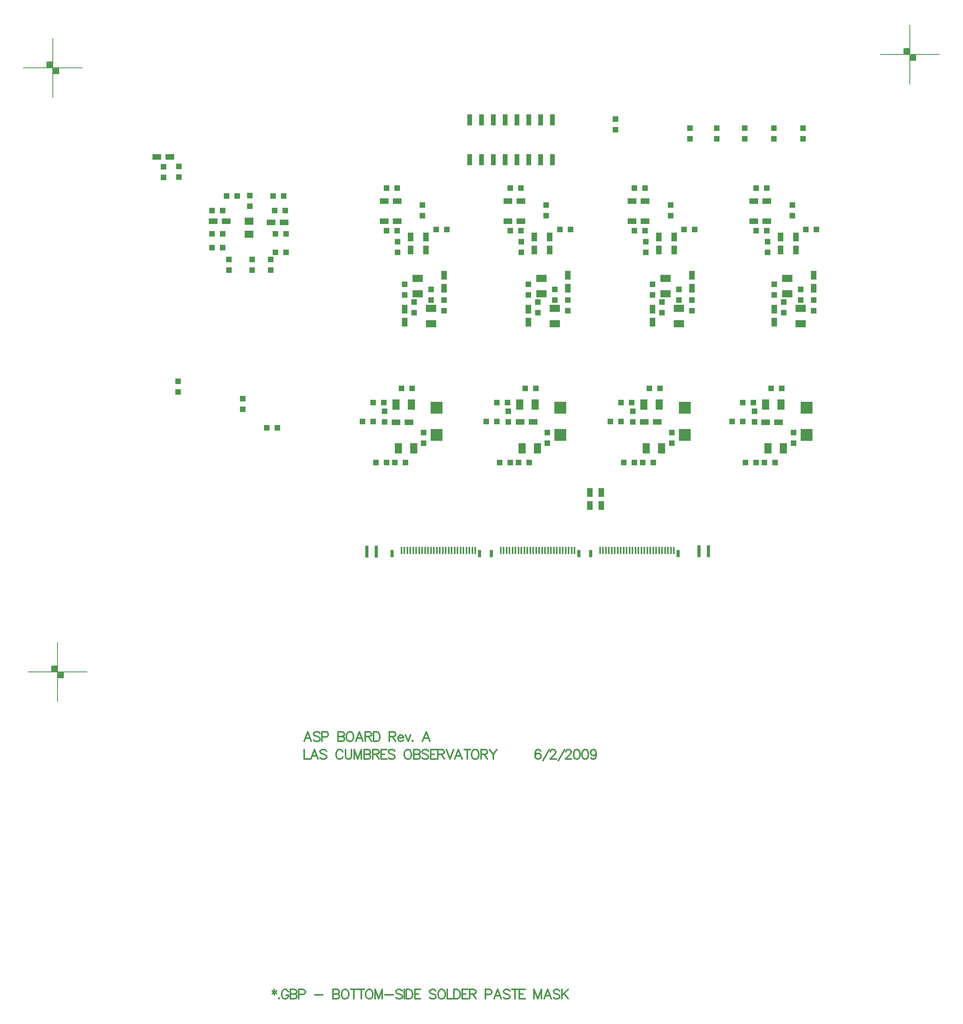
<source format=gbp>
%FSLAX23Y23*%
%MOIN*%
G70*
G01*
G75*
G04 Layer_Color=128*
%ADD10C,0.005*%
%ADD11R,0.050X0.050*%
%ADD12O,0.098X0.028*%
%ADD13R,0.036X0.036*%
%ADD14R,0.030X0.100*%
%ADD15R,0.014X0.060*%
%ADD16R,0.031X0.060*%
%ADD17R,0.048X0.078*%
%ADD18R,0.050X0.050*%
%ADD19O,0.033X0.008*%
%ADD20O,0.008X0.033*%
%ADD21R,0.228X0.228*%
%ADD22R,0.016X0.061*%
%ADD23R,0.074X0.062*%
%ADD24R,0.134X0.075*%
%ADD25O,0.028X0.098*%
%ADD26R,0.024X0.087*%
%ADD27R,0.061X0.016*%
%ADD28R,0.062X0.074*%
%ADD29O,0.012X0.083*%
%ADD30O,0.083X0.012*%
%ADD31R,0.014X0.049*%
%ADD32R,0.036X0.028*%
%ADD33O,0.061X0.010*%
%ADD34O,0.010X0.061*%
%ADD35R,0.045X0.017*%
%ADD36R,0.100X0.100*%
%ADD37C,0.040*%
%ADD38C,0.025*%
%ADD39C,0.010*%
%ADD40C,0.012*%
%ADD41R,1.181X0.787*%
%ADD42C,0.008*%
%ADD43C,0.012*%
%ADD44C,0.012*%
%ADD45C,0.050*%
%ADD46C,0.026*%
%ADD47P,0.057X4X247.5*%
%ADD48C,0.080*%
%ADD49C,0.020*%
%ADD50R,0.060X0.060*%
%ADD51C,0.060*%
%ADD52R,0.060X0.060*%
%ADD53C,0.059*%
%ADD54R,0.059X0.059*%
%ADD55R,0.059X0.059*%
%ADD56C,0.236*%
%ADD57C,0.024*%
%ADD58C,0.040*%
%ADD59C,0.100*%
%ADD60C,0.045*%
%ADD61C,0.033*%
%ADD62C,0.072*%
%ADD63C,0.030*%
%ADD64C,0.055*%
G04:AMPARAMS|DCode=65|XSize=95.433mil|YSize=95.433mil|CornerRadius=0mil|HoleSize=0mil|Usage=FLASHONLY|Rotation=0.000|XOffset=0mil|YOffset=0mil|HoleType=Round|Shape=Relief|Width=10mil|Gap=10mil|Entries=4|*
%AMTHD65*
7,0,0,0.095,0.075,0.010,45*
%
%ADD65THD65*%
G04:AMPARAMS|DCode=66|XSize=112mil|YSize=112mil|CornerRadius=0mil|HoleSize=0mil|Usage=FLASHONLY|Rotation=0.000|XOffset=0mil|YOffset=0mil|HoleType=Round|Shape=Relief|Width=10mil|Gap=10mil|Entries=4|*
%AMTHD66*
7,0,0,0.112,0.092,0.010,45*
%
%ADD66THD66*%
%ADD67C,0.138*%
G04:AMPARAMS|DCode=68|XSize=70mil|YSize=70mil|CornerRadius=0mil|HoleSize=0mil|Usage=FLASHONLY|Rotation=0.000|XOffset=0mil|YOffset=0mil|HoleType=Round|Shape=Relief|Width=10mil|Gap=10mil|Entries=4|*
%AMTHD68*
7,0,0,0.070,0.050,0.010,45*
%
%ADD68THD68*%
%ADD69C,0.030*%
G04:AMPARAMS|DCode=70|XSize=85mil|YSize=85mil|CornerRadius=0mil|HoleSize=0mil|Usage=FLASHONLY|Rotation=0.000|XOffset=0mil|YOffset=0mil|HoleType=Round|Shape=Relief|Width=10mil|Gap=10mil|Entries=4|*
%AMTHD70*
7,0,0,0.085,0.065,0.010,45*
%
%ADD70THD70*%
%ADD71R,0.078X0.048*%
%ADD72R,0.060X0.086*%
%ADD73R,0.086X0.060*%
%ADD74R,0.075X0.063*%
%ADD75R,0.044X0.096*%
%ADD76R,1.181X0.787*%
%ADD77C,0.010*%
%ADD78C,0.010*%
%ADD79C,0.008*%
%ADD80C,0.024*%
%ADD81C,0.004*%
%ADD82C,0.006*%
%ADD83C,0.007*%
%ADD84R,0.240X0.165*%
%ADD85R,0.074X0.062*%
%ADD86R,0.062X0.074*%
D11*
X11701Y11536D02*
D03*
Y11446D02*
D03*
X11164Y13501D02*
D03*
Y13411D02*
D03*
X11034Y13406D02*
D03*
Y13496D02*
D03*
X15331Y11250D02*
D03*
Y11160D02*
D03*
X15001Y11340D02*
D03*
Y11430D02*
D03*
X15249Y12354D02*
D03*
Y12264D02*
D03*
X15169Y12414D02*
D03*
Y12504D02*
D03*
X15111Y12772D02*
D03*
Y12862D02*
D03*
X15321Y13172D02*
D03*
Y13082D02*
D03*
X15503Y12369D02*
D03*
Y12279D02*
D03*
X15393Y12369D02*
D03*
Y12459D02*
D03*
X14280Y11250D02*
D03*
Y11160D02*
D03*
X13950Y11340D02*
D03*
Y11430D02*
D03*
X14198Y12354D02*
D03*
Y12264D02*
D03*
X14118Y12414D02*
D03*
Y12504D02*
D03*
X14060Y12772D02*
D03*
Y12862D02*
D03*
X14270Y13172D02*
D03*
Y13082D02*
D03*
X14452Y12369D02*
D03*
Y12279D02*
D03*
X14342Y12369D02*
D03*
Y12459D02*
D03*
X12903Y11430D02*
D03*
Y11340D02*
D03*
X13233Y11160D02*
D03*
Y11250D02*
D03*
X13295Y12459D02*
D03*
Y12369D02*
D03*
X13151Y12264D02*
D03*
Y12354D02*
D03*
X13071Y12504D02*
D03*
Y12414D02*
D03*
X13405Y12279D02*
D03*
Y12369D02*
D03*
X13013Y12862D02*
D03*
Y12772D02*
D03*
X13223Y13082D02*
D03*
Y13172D02*
D03*
X16362Y11160D02*
D03*
Y11250D02*
D03*
X16032Y11430D02*
D03*
Y11340D02*
D03*
X16280Y12264D02*
D03*
Y12354D02*
D03*
X16200Y12504D02*
D03*
Y12414D02*
D03*
X16142Y12862D02*
D03*
Y12772D02*
D03*
X16352Y13082D02*
D03*
Y13172D02*
D03*
X16534Y12279D02*
D03*
Y12369D02*
D03*
X16424Y12459D02*
D03*
Y12369D02*
D03*
X11585Y12624D02*
D03*
Y12714D02*
D03*
X11939Y12622D02*
D03*
Y12712D02*
D03*
X11762Y13253D02*
D03*
Y13163D02*
D03*
X11782Y12623D02*
D03*
Y12713D02*
D03*
X11156Y11684D02*
D03*
Y11594D02*
D03*
X15950Y13733D02*
D03*
Y13823D02*
D03*
X15487Y13733D02*
D03*
Y13823D02*
D03*
X14857Y13811D02*
D03*
Y13901D02*
D03*
X16442Y13733D02*
D03*
Y13823D02*
D03*
X16196Y13733D02*
D03*
Y13823D02*
D03*
X15713Y13733D02*
D03*
Y13823D02*
D03*
D14*
X15642Y10245D02*
D03*
X15563D02*
D03*
X12832Y10244D02*
D03*
X12753D02*
D03*
D15*
X13670Y10253D02*
D03*
X13045D02*
D03*
X15350Y10254D02*
D03*
X15325D02*
D03*
X15300D02*
D03*
X15275D02*
D03*
X15250D02*
D03*
X15225D02*
D03*
X15200D02*
D03*
X15175D02*
D03*
X15150D02*
D03*
X15125D02*
D03*
X15100D02*
D03*
X15075D02*
D03*
X15050D02*
D03*
X15025D02*
D03*
X15000D02*
D03*
X14975D02*
D03*
X14950D02*
D03*
X14925D02*
D03*
X14900D02*
D03*
X14875D02*
D03*
X14850D02*
D03*
X14825D02*
D03*
X14800D02*
D03*
X14775D02*
D03*
X14750D02*
D03*
X14725D02*
D03*
X14510Y10253D02*
D03*
X14485D02*
D03*
X14460D02*
D03*
X14435D02*
D03*
X14410D02*
D03*
X14385D02*
D03*
X14360D02*
D03*
X14335D02*
D03*
X14310D02*
D03*
X14285D02*
D03*
X14260D02*
D03*
X14235D02*
D03*
X14210D02*
D03*
X14185D02*
D03*
X14160D02*
D03*
X14135D02*
D03*
X14110D02*
D03*
X14085D02*
D03*
X14060D02*
D03*
X14035D02*
D03*
X14010D02*
D03*
X13985D02*
D03*
X13960D02*
D03*
X13935D02*
D03*
X13910D02*
D03*
X13885D02*
D03*
X13645D02*
D03*
X13620D02*
D03*
X13595D02*
D03*
X13570D02*
D03*
X13545D02*
D03*
X13520D02*
D03*
X13495D02*
D03*
X13470D02*
D03*
X13445D02*
D03*
X13420D02*
D03*
X13395D02*
D03*
X13370D02*
D03*
X13345D02*
D03*
X13320D02*
D03*
X13295D02*
D03*
X13270D02*
D03*
X13245D02*
D03*
X13220D02*
D03*
X13195D02*
D03*
X13170D02*
D03*
X13145D02*
D03*
X13120D02*
D03*
X13095D02*
D03*
X13070D02*
D03*
D16*
X12967Y10226D02*
D03*
X13707D02*
D03*
X13807D02*
D03*
X14547D02*
D03*
X15387D02*
D03*
X14647D02*
D03*
D17*
X14639Y10634D02*
D03*
Y10744D02*
D03*
X15169Y12184D02*
D03*
Y12294D02*
D03*
X15351Y12792D02*
D03*
Y12902D02*
D03*
X15503Y12469D02*
D03*
Y12579D02*
D03*
X15221Y12792D02*
D03*
Y12902D02*
D03*
X14118Y12184D02*
D03*
Y12294D02*
D03*
X14300Y12792D02*
D03*
Y12902D02*
D03*
X14452Y12469D02*
D03*
Y12579D02*
D03*
X14170Y12792D02*
D03*
Y12902D02*
D03*
X13071Y12294D02*
D03*
Y12184D02*
D03*
X13405Y12579D02*
D03*
Y12469D02*
D03*
X13253Y12902D02*
D03*
Y12792D02*
D03*
X13123Y12902D02*
D03*
Y12792D02*
D03*
X16200Y12294D02*
D03*
Y12184D02*
D03*
X16382Y12902D02*
D03*
Y12792D02*
D03*
X16534Y12579D02*
D03*
Y12469D02*
D03*
X16252Y12902D02*
D03*
Y12792D02*
D03*
X14737Y10743D02*
D03*
Y10633D02*
D03*
D18*
X11906Y11291D02*
D03*
X11996D02*
D03*
X15143Y11623D02*
D03*
X15233D02*
D03*
X15176Y10995D02*
D03*
X15086D02*
D03*
X14926D02*
D03*
X15016D02*
D03*
X14903Y11503D02*
D03*
X14993D02*
D03*
X14903Y11343D02*
D03*
X14813D02*
D03*
X15526Y12967D02*
D03*
X15436D02*
D03*
X15016Y12957D02*
D03*
X15106D02*
D03*
X15016Y13317D02*
D03*
X15106D02*
D03*
X14092Y11623D02*
D03*
X14182D02*
D03*
X14125Y10995D02*
D03*
X14035D02*
D03*
X13875D02*
D03*
X13965D02*
D03*
X13852Y11503D02*
D03*
X13942D02*
D03*
X13852Y11343D02*
D03*
X13762D02*
D03*
X14475Y12967D02*
D03*
X14385D02*
D03*
X13965Y12957D02*
D03*
X14055D02*
D03*
X13965Y13317D02*
D03*
X14055D02*
D03*
X12715Y11343D02*
D03*
X12805D02*
D03*
X12895Y11503D02*
D03*
X12805D02*
D03*
X12918Y10995D02*
D03*
X12828D02*
D03*
X12988D02*
D03*
X13078D02*
D03*
X13135Y11623D02*
D03*
X13045D02*
D03*
X13338Y12967D02*
D03*
X13428D02*
D03*
X13008Y12957D02*
D03*
X12918D02*
D03*
X13008Y13317D02*
D03*
X12918D02*
D03*
X16264Y11623D02*
D03*
X16174D02*
D03*
X16117Y10995D02*
D03*
X16207D02*
D03*
X16047D02*
D03*
X15957D02*
D03*
X16024Y11503D02*
D03*
X15934D02*
D03*
X15844Y11343D02*
D03*
X15934D02*
D03*
X16467Y12967D02*
D03*
X16557D02*
D03*
X16137Y12957D02*
D03*
X16047D02*
D03*
X16137Y13317D02*
D03*
X16047D02*
D03*
X11443Y13126D02*
D03*
X11533D02*
D03*
X11444Y12813D02*
D03*
X11534D02*
D03*
X12070Y12773D02*
D03*
X11980D02*
D03*
X11444Y12930D02*
D03*
X11534D02*
D03*
X12062Y13127D02*
D03*
X11972D02*
D03*
X12068Y12931D02*
D03*
X11978D02*
D03*
X11566Y13250D02*
D03*
X11656D02*
D03*
X11960Y13249D02*
D03*
X12050D02*
D03*
D36*
X15441Y11230D02*
D03*
Y11460D02*
D03*
X14390Y11230D02*
D03*
Y11460D02*
D03*
X13343D02*
D03*
Y11230D02*
D03*
X16472Y11460D02*
D03*
Y11230D02*
D03*
D42*
X9847Y14333D02*
X10347D01*
X10097Y14083D02*
Y14583D01*
X10147Y14283D02*
Y14333D01*
X10097Y14283D02*
X10147D01*
X10047Y14333D02*
Y14383D01*
X10097D01*
X10052Y14338D02*
X10092D01*
X10052D02*
Y14378D01*
X10092D01*
Y14338D02*
Y14378D01*
X10057Y14343D02*
X10087D01*
X10057D02*
Y14373D01*
X10087D01*
Y14348D02*
Y14373D01*
X10062Y14348D02*
X10082D01*
X10062D02*
Y14368D01*
X10082D01*
Y14353D02*
Y14368D01*
X10067Y14353D02*
X10077D01*
X10067D02*
Y14363D01*
X10077D01*
Y14353D02*
Y14363D01*
X10067Y14358D02*
X10077D01*
X10102Y14288D02*
X10142D01*
X10102D02*
Y14328D01*
X10142D01*
Y14288D02*
Y14328D01*
X10107Y14293D02*
X10137D01*
X10107D02*
Y14323D01*
X10137D01*
Y14298D02*
Y14323D01*
X10112Y14298D02*
X10132D01*
X10112D02*
Y14318D01*
X10132D01*
Y14303D02*
Y14318D01*
X10117Y14303D02*
X10127D01*
X10117D02*
Y14313D01*
X10127D01*
Y14303D02*
Y14313D01*
X10117Y14308D02*
X10127D01*
X9885Y9227D02*
X10385D01*
X10135Y8977D02*
Y9477D01*
X10185Y9177D02*
Y9227D01*
X10135Y9177D02*
X10185D01*
X10085Y9227D02*
Y9277D01*
X10135D01*
X10090Y9232D02*
X10130D01*
X10090D02*
Y9272D01*
X10130D01*
Y9232D02*
Y9272D01*
X10095Y9237D02*
X10125D01*
X10095D02*
Y9267D01*
X10125D01*
Y9242D02*
Y9267D01*
X10100Y9242D02*
X10120D01*
X10100D02*
Y9262D01*
X10120D01*
Y9247D02*
Y9262D01*
X10105Y9247D02*
X10115D01*
X10105D02*
Y9257D01*
X10115D01*
Y9247D02*
Y9257D01*
X10105Y9252D02*
X10115D01*
X10140Y9182D02*
X10180D01*
X10140D02*
Y9222D01*
X10180D01*
Y9182D02*
Y9222D01*
X10145Y9187D02*
X10175D01*
X10145D02*
Y9217D01*
X10175D01*
Y9192D02*
Y9217D01*
X10150Y9192D02*
X10170D01*
X10150D02*
Y9212D01*
X10170D01*
Y9197D02*
Y9212D01*
X10155Y9197D02*
X10165D01*
X10155D02*
Y9207D01*
X10165D01*
Y9197D02*
Y9207D01*
X10155Y9202D02*
X10165D01*
X17097Y14446D02*
X17597D01*
X17347Y14196D02*
Y14696D01*
X17397Y14396D02*
Y14446D01*
X17347Y14396D02*
X17397D01*
X17297Y14446D02*
Y14496D01*
X17347D01*
X17302Y14451D02*
X17342D01*
X17302D02*
Y14491D01*
X17342D01*
Y14451D02*
Y14491D01*
X17307Y14456D02*
X17337D01*
X17307D02*
Y14486D01*
X17337D01*
Y14461D02*
Y14486D01*
X17312Y14461D02*
X17332D01*
X17312D02*
Y14481D01*
X17332D01*
Y14466D02*
Y14481D01*
X17317Y14466D02*
X17327D01*
X17317D02*
Y14476D01*
X17327D01*
Y14466D02*
Y14476D01*
X17317Y14471D02*
X17327D01*
X17352Y14401D02*
X17392D01*
X17352D02*
Y14441D01*
X17392D01*
Y14401D02*
Y14441D01*
X17357Y14406D02*
X17387D01*
X17357D02*
Y14436D01*
X17387D01*
Y14411D02*
Y14436D01*
X17362Y14411D02*
X17382D01*
X17362D02*
Y14431D01*
X17382D01*
Y14416D02*
Y14431D01*
X17367Y14416D02*
X17377D01*
X17367D02*
Y14426D01*
X17377D01*
Y14416D02*
Y14426D01*
X17367Y14421D02*
X17377D01*
D43*
X12223Y8569D02*
Y8489D01*
X12269D01*
X12339D02*
X12308Y8569D01*
X12278Y8489D01*
X12289Y8516D02*
X12327D01*
X12411Y8557D02*
X12403Y8565D01*
X12392Y8569D01*
X12376D01*
X12365Y8565D01*
X12357Y8557D01*
Y8550D01*
X12361Y8542D01*
X12365Y8538D01*
X12372Y8535D01*
X12395Y8527D01*
X12403Y8523D01*
X12407Y8519D01*
X12411Y8512D01*
Y8500D01*
X12403Y8493D01*
X12392Y8489D01*
X12376D01*
X12365Y8493D01*
X12357Y8500D01*
X12548Y8550D02*
X12545Y8557D01*
X12537Y8565D01*
X12529Y8569D01*
X12514D01*
X12507Y8565D01*
X12499Y8557D01*
X12495Y8550D01*
X12491Y8538D01*
Y8519D01*
X12495Y8508D01*
X12499Y8500D01*
X12507Y8493D01*
X12514Y8489D01*
X12529D01*
X12537Y8493D01*
X12545Y8500D01*
X12548Y8508D01*
X12571Y8569D02*
Y8512D01*
X12575Y8500D01*
X12582Y8493D01*
X12594Y8489D01*
X12601D01*
X12613Y8493D01*
X12620Y8500D01*
X12624Y8512D01*
Y8569D01*
X12646D02*
Y8489D01*
Y8569D02*
X12677Y8489D01*
X12707Y8569D02*
X12677Y8489D01*
X12707Y8569D02*
Y8489D01*
X12730Y8569D02*
Y8489D01*
Y8569D02*
X12764D01*
X12776Y8565D01*
X12780Y8561D01*
X12783Y8554D01*
Y8546D01*
X12780Y8538D01*
X12776Y8535D01*
X12764Y8531D01*
X12730D02*
X12764D01*
X12776Y8527D01*
X12780Y8523D01*
X12783Y8516D01*
Y8504D01*
X12780Y8496D01*
X12776Y8493D01*
X12764Y8489D01*
X12730D01*
X12801Y8569D02*
Y8489D01*
Y8569D02*
X12836D01*
X12847Y8565D01*
X12851Y8561D01*
X12855Y8554D01*
Y8546D01*
X12851Y8538D01*
X12847Y8535D01*
X12836Y8531D01*
X12801D01*
X12828D02*
X12855Y8489D01*
X12922Y8569D02*
X12873D01*
Y8489D01*
X12922D01*
X12873Y8531D02*
X12903D01*
X12989Y8557D02*
X12981Y8565D01*
X12970Y8569D01*
X12954D01*
X12943Y8565D01*
X12935Y8557D01*
Y8550D01*
X12939Y8542D01*
X12943Y8538D01*
X12951Y8535D01*
X12973Y8527D01*
X12981Y8523D01*
X12985Y8519D01*
X12989Y8512D01*
Y8500D01*
X12981Y8493D01*
X12970Y8489D01*
X12954D01*
X12943Y8493D01*
X12935Y8500D01*
X13092Y8569D02*
X13085Y8565D01*
X13077Y8557D01*
X13073Y8550D01*
X13069Y8538D01*
Y8519D01*
X13073Y8508D01*
X13077Y8500D01*
X13085Y8493D01*
X13092Y8489D01*
X13108D01*
X13115Y8493D01*
X13123Y8500D01*
X13127Y8508D01*
X13130Y8519D01*
Y8538D01*
X13127Y8550D01*
X13123Y8557D01*
X13115Y8565D01*
X13108Y8569D01*
X13092D01*
X13149D02*
Y8489D01*
Y8569D02*
X13183D01*
X13195Y8565D01*
X13199Y8561D01*
X13202Y8554D01*
Y8546D01*
X13199Y8538D01*
X13195Y8535D01*
X13183Y8531D01*
X13149D02*
X13183D01*
X13195Y8527D01*
X13199Y8523D01*
X13202Y8516D01*
Y8504D01*
X13199Y8496D01*
X13195Y8493D01*
X13183Y8489D01*
X13149D01*
X13274Y8557D02*
X13266Y8565D01*
X13255Y8569D01*
X13239D01*
X13228Y8565D01*
X13220Y8557D01*
Y8550D01*
X13224Y8542D01*
X13228Y8538D01*
X13236Y8535D01*
X13258Y8527D01*
X13266Y8523D01*
X13270Y8519D01*
X13274Y8512D01*
Y8500D01*
X13266Y8493D01*
X13255Y8489D01*
X13239D01*
X13228Y8493D01*
X13220Y8500D01*
X13341Y8569D02*
X13292D01*
Y8489D01*
X13341D01*
X13292Y8531D02*
X13322D01*
X13354Y8569D02*
Y8489D01*
Y8569D02*
X13389D01*
X13400Y8565D01*
X13404Y8561D01*
X13408Y8554D01*
Y8546D01*
X13404Y8538D01*
X13400Y8535D01*
X13389Y8531D01*
X13354D01*
X13381D02*
X13408Y8489D01*
X13426Y8569D02*
X13456Y8489D01*
X13487Y8569D02*
X13456Y8489D01*
X13558D02*
X13527Y8569D01*
X13497Y8489D01*
X13508Y8516D02*
X13546D01*
X13603Y8569D02*
Y8489D01*
X13576Y8569D02*
X13630D01*
X13662D02*
X13654Y8565D01*
X13647Y8557D01*
X13643Y8550D01*
X13639Y8538D01*
Y8519D01*
X13643Y8508D01*
X13647Y8500D01*
X13654Y8493D01*
X13662Y8489D01*
X13677D01*
X13685Y8493D01*
X13693Y8500D01*
X13696Y8508D01*
X13700Y8519D01*
Y8538D01*
X13696Y8550D01*
X13693Y8557D01*
X13685Y8565D01*
X13677Y8569D01*
X13662D01*
X13719D02*
Y8489D01*
Y8569D02*
X13753D01*
X13765Y8565D01*
X13768Y8561D01*
X13772Y8554D01*
Y8546D01*
X13768Y8538D01*
X13765Y8535D01*
X13753Y8531D01*
X13719D01*
X13746D02*
X13772Y8489D01*
X13790Y8569D02*
X13821Y8531D01*
Y8489D01*
X13851Y8569D02*
X13821Y8531D01*
X14221Y8557D02*
X14217Y8565D01*
X14206Y8569D01*
X14198D01*
X14187Y8565D01*
X14179Y8554D01*
X14176Y8535D01*
Y8516D01*
X14179Y8500D01*
X14187Y8493D01*
X14198Y8489D01*
X14202D01*
X14214Y8493D01*
X14221Y8500D01*
X14225Y8512D01*
Y8516D01*
X14221Y8527D01*
X14214Y8535D01*
X14202Y8538D01*
X14198D01*
X14187Y8535D01*
X14179Y8527D01*
X14176Y8516D01*
X14243Y8477D02*
X14296Y8569D01*
X14305Y8550D02*
Y8554D01*
X14309Y8561D01*
X14313Y8565D01*
X14320Y8569D01*
X14335D01*
X14343Y8565D01*
X14347Y8561D01*
X14351Y8554D01*
Y8546D01*
X14347Y8538D01*
X14339Y8527D01*
X14301Y8489D01*
X14355D01*
X14372Y8477D02*
X14426Y8569D01*
X14435Y8550D02*
Y8554D01*
X14439Y8561D01*
X14443Y8565D01*
X14450Y8569D01*
X14465D01*
X14473Y8565D01*
X14477Y8561D01*
X14481Y8554D01*
Y8546D01*
X14477Y8538D01*
X14469Y8527D01*
X14431Y8489D01*
X14484D01*
X14525Y8569D02*
X14514Y8565D01*
X14506Y8554D01*
X14502Y8535D01*
Y8523D01*
X14506Y8504D01*
X14514Y8493D01*
X14525Y8489D01*
X14533D01*
X14544Y8493D01*
X14552Y8504D01*
X14556Y8523D01*
Y8535D01*
X14552Y8554D01*
X14544Y8565D01*
X14533Y8569D01*
X14525D01*
X14596D02*
X14585Y8565D01*
X14577Y8554D01*
X14574Y8535D01*
Y8523D01*
X14577Y8504D01*
X14585Y8493D01*
X14596Y8489D01*
X14604D01*
X14615Y8493D01*
X14623Y8504D01*
X14627Y8523D01*
Y8535D01*
X14623Y8554D01*
X14615Y8565D01*
X14604Y8569D01*
X14596D01*
X14694Y8542D02*
X14690Y8531D01*
X14683Y8523D01*
X14671Y8519D01*
X14668D01*
X14656Y8523D01*
X14649Y8531D01*
X14645Y8542D01*
Y8546D01*
X14649Y8557D01*
X14656Y8565D01*
X14668Y8569D01*
X14671D01*
X14683Y8565D01*
X14690Y8557D01*
X14694Y8542D01*
Y8523D01*
X14690Y8504D01*
X14683Y8493D01*
X14671Y8489D01*
X14664D01*
X14652Y8493D01*
X14649Y8500D01*
D44*
X11970Y6542D02*
Y6496D01*
X11951Y6531D02*
X11989Y6508D01*
Y6531D02*
X11951Y6508D01*
X12009Y6470D02*
X12006Y6466D01*
X12009Y6462D01*
X12013Y6466D01*
X12009Y6470D01*
X12088Y6523D02*
X12084Y6531D01*
X12076Y6538D01*
X12069Y6542D01*
X12054D01*
X12046Y6538D01*
X12038Y6531D01*
X12035Y6523D01*
X12031Y6511D01*
Y6492D01*
X12035Y6481D01*
X12038Y6473D01*
X12046Y6466D01*
X12054Y6462D01*
X12069D01*
X12076Y6466D01*
X12084Y6473D01*
X12088Y6481D01*
Y6492D01*
X12069D02*
X12088D01*
X12106Y6542D02*
Y6462D01*
Y6542D02*
X12140D01*
X12152Y6538D01*
X12156Y6534D01*
X12159Y6527D01*
Y6519D01*
X12156Y6511D01*
X12152Y6508D01*
X12140Y6504D01*
X12106D02*
X12140D01*
X12152Y6500D01*
X12156Y6496D01*
X12159Y6489D01*
Y6477D01*
X12156Y6470D01*
X12152Y6466D01*
X12140Y6462D01*
X12106D01*
X12177Y6500D02*
X12212D01*
X12223Y6504D01*
X12227Y6508D01*
X12231Y6515D01*
Y6527D01*
X12227Y6534D01*
X12223Y6538D01*
X12212Y6542D01*
X12177D01*
Y6462D01*
X12311Y6496D02*
X12380D01*
X12466Y6542D02*
Y6462D01*
Y6542D02*
X12501D01*
X12512Y6538D01*
X12516Y6534D01*
X12520Y6527D01*
Y6519D01*
X12516Y6511D01*
X12512Y6508D01*
X12501Y6504D01*
X12466D02*
X12501D01*
X12512Y6500D01*
X12516Y6496D01*
X12520Y6489D01*
Y6477D01*
X12516Y6470D01*
X12512Y6466D01*
X12501Y6462D01*
X12466D01*
X12561Y6542D02*
X12553Y6538D01*
X12545Y6531D01*
X12541Y6523D01*
X12538Y6511D01*
Y6492D01*
X12541Y6481D01*
X12545Y6473D01*
X12553Y6466D01*
X12561Y6462D01*
X12576D01*
X12583Y6466D01*
X12591Y6473D01*
X12595Y6481D01*
X12599Y6492D01*
Y6511D01*
X12595Y6523D01*
X12591Y6531D01*
X12583Y6538D01*
X12576Y6542D01*
X12561D01*
X12644D02*
Y6462D01*
X12617Y6542D02*
X12671D01*
X12707D02*
Y6462D01*
X12680Y6542D02*
X12733D01*
X12766D02*
X12758Y6538D01*
X12751Y6531D01*
X12747Y6523D01*
X12743Y6511D01*
Y6492D01*
X12747Y6481D01*
X12751Y6473D01*
X12758Y6466D01*
X12766Y6462D01*
X12781D01*
X12789Y6466D01*
X12796Y6473D01*
X12800Y6481D01*
X12804Y6492D01*
Y6511D01*
X12800Y6523D01*
X12796Y6531D01*
X12789Y6538D01*
X12781Y6542D01*
X12766D01*
X12823D02*
Y6462D01*
Y6542D02*
X12853Y6462D01*
X12884Y6542D02*
X12853Y6462D01*
X12884Y6542D02*
Y6462D01*
X12906Y6496D02*
X12975D01*
X13052Y6531D02*
X13044Y6538D01*
X13033Y6542D01*
X13018D01*
X13006Y6538D01*
X12999Y6531D01*
Y6523D01*
X13002Y6515D01*
X13006Y6511D01*
X13014Y6508D01*
X13037Y6500D01*
X13044Y6496D01*
X13048Y6492D01*
X13052Y6485D01*
Y6473D01*
X13044Y6466D01*
X13033Y6462D01*
X13018D01*
X13006Y6466D01*
X12999Y6473D01*
X13070Y6542D02*
Y6462D01*
X13087Y6542D02*
Y6462D01*
Y6542D02*
X13113D01*
X13125Y6538D01*
X13132Y6531D01*
X13136Y6523D01*
X13140Y6511D01*
Y6492D01*
X13136Y6481D01*
X13132Y6473D01*
X13125Y6466D01*
X13113Y6462D01*
X13087D01*
X13207Y6542D02*
X13158D01*
Y6462D01*
X13207D01*
X13158Y6504D02*
X13188D01*
X13337Y6531D02*
X13329Y6538D01*
X13318Y6542D01*
X13302D01*
X13291Y6538D01*
X13283Y6531D01*
Y6523D01*
X13287Y6515D01*
X13291Y6511D01*
X13299Y6508D01*
X13322Y6500D01*
X13329Y6496D01*
X13333Y6492D01*
X13337Y6485D01*
Y6473D01*
X13329Y6466D01*
X13318Y6462D01*
X13302D01*
X13291Y6466D01*
X13283Y6473D01*
X13377Y6542D02*
X13370Y6538D01*
X13362Y6531D01*
X13358Y6523D01*
X13355Y6511D01*
Y6492D01*
X13358Y6481D01*
X13362Y6473D01*
X13370Y6466D01*
X13377Y6462D01*
X13393D01*
X13400Y6466D01*
X13408Y6473D01*
X13412Y6481D01*
X13416Y6492D01*
Y6511D01*
X13412Y6523D01*
X13408Y6531D01*
X13400Y6538D01*
X13393Y6542D01*
X13377D01*
X13434D02*
Y6462D01*
X13480D01*
X13489Y6542D02*
Y6462D01*
Y6542D02*
X13515D01*
X13527Y6538D01*
X13534Y6531D01*
X13538Y6523D01*
X13542Y6511D01*
Y6492D01*
X13538Y6481D01*
X13534Y6473D01*
X13527Y6466D01*
X13515Y6462D01*
X13489D01*
X13609Y6542D02*
X13560D01*
Y6462D01*
X13609D01*
X13560Y6504D02*
X13590D01*
X13623Y6542D02*
Y6462D01*
Y6542D02*
X13657D01*
X13668Y6538D01*
X13672Y6534D01*
X13676Y6527D01*
Y6519D01*
X13672Y6511D01*
X13668Y6508D01*
X13657Y6504D01*
X13623D01*
X13649D02*
X13676Y6462D01*
X13757Y6500D02*
X13791D01*
X13803Y6504D01*
X13806Y6508D01*
X13810Y6515D01*
Y6527D01*
X13806Y6534D01*
X13803Y6538D01*
X13791Y6542D01*
X13757D01*
Y6462D01*
X13889D02*
X13859Y6542D01*
X13828Y6462D01*
X13839Y6489D02*
X13878D01*
X13961Y6531D02*
X13953Y6538D01*
X13942Y6542D01*
X13927D01*
X13915Y6538D01*
X13908Y6531D01*
Y6523D01*
X13911Y6515D01*
X13915Y6511D01*
X13923Y6508D01*
X13946Y6500D01*
X13953Y6496D01*
X13957Y6492D01*
X13961Y6485D01*
Y6473D01*
X13953Y6466D01*
X13942Y6462D01*
X13927D01*
X13915Y6466D01*
X13908Y6473D01*
X14006Y6542D02*
Y6462D01*
X13979Y6542D02*
X14032D01*
X14091D02*
X14042D01*
Y6462D01*
X14091D01*
X14042Y6504D02*
X14072D01*
X14167Y6542D02*
Y6462D01*
Y6542D02*
X14198Y6462D01*
X14228Y6542D02*
X14198Y6462D01*
X14228Y6542D02*
Y6462D01*
X14312D02*
X14282Y6542D01*
X14251Y6462D01*
X14263Y6489D02*
X14301D01*
X14384Y6531D02*
X14377Y6538D01*
X14365Y6542D01*
X14350D01*
X14338Y6538D01*
X14331Y6531D01*
Y6523D01*
X14335Y6515D01*
X14338Y6511D01*
X14346Y6508D01*
X14369Y6500D01*
X14377Y6496D01*
X14380Y6492D01*
X14384Y6485D01*
Y6473D01*
X14377Y6466D01*
X14365Y6462D01*
X14350D01*
X14338Y6466D01*
X14331Y6473D01*
X14402Y6542D02*
Y6462D01*
X14455Y6542D02*
X14402Y6489D01*
X14421Y6508D02*
X14455Y6462D01*
X12284Y8639D02*
X12254Y8719D01*
X12223Y8639D01*
X12235Y8666D02*
X12273D01*
X12356Y8707D02*
X12348Y8715D01*
X12337Y8719D01*
X12322D01*
X12310Y8715D01*
X12303Y8707D01*
Y8700D01*
X12307Y8692D01*
X12310Y8688D01*
X12318Y8685D01*
X12341Y8677D01*
X12348Y8673D01*
X12352Y8669D01*
X12356Y8662D01*
Y8650D01*
X12348Y8643D01*
X12337Y8639D01*
X12322D01*
X12310Y8643D01*
X12303Y8650D01*
X12374Y8677D02*
X12408D01*
X12420Y8681D01*
X12424Y8685D01*
X12427Y8692D01*
Y8704D01*
X12424Y8711D01*
X12420Y8715D01*
X12408Y8719D01*
X12374D01*
Y8639D01*
X12508Y8719D02*
Y8639D01*
Y8719D02*
X12542D01*
X12554Y8715D01*
X12558Y8711D01*
X12561Y8704D01*
Y8696D01*
X12558Y8688D01*
X12554Y8685D01*
X12542Y8681D01*
X12508D02*
X12542D01*
X12554Y8677D01*
X12558Y8673D01*
X12561Y8666D01*
Y8654D01*
X12558Y8646D01*
X12554Y8643D01*
X12542Y8639D01*
X12508D01*
X12602Y8719D02*
X12595Y8715D01*
X12587Y8707D01*
X12583Y8700D01*
X12579Y8688D01*
Y8669D01*
X12583Y8658D01*
X12587Y8650D01*
X12595Y8643D01*
X12602Y8639D01*
X12617D01*
X12625Y8643D01*
X12633Y8650D01*
X12636Y8658D01*
X12640Y8669D01*
Y8688D01*
X12636Y8700D01*
X12633Y8707D01*
X12625Y8715D01*
X12617Y8719D01*
X12602D01*
X12720Y8639D02*
X12689Y8719D01*
X12659Y8639D01*
X12670Y8666D02*
X12708D01*
X12738Y8719D02*
Y8639D01*
Y8719D02*
X12773D01*
X12784Y8715D01*
X12788Y8711D01*
X12792Y8704D01*
Y8696D01*
X12788Y8688D01*
X12784Y8685D01*
X12773Y8681D01*
X12738D01*
X12765D02*
X12792Y8639D01*
X12810Y8719D02*
Y8639D01*
Y8719D02*
X12836D01*
X12848Y8715D01*
X12855Y8707D01*
X12859Y8700D01*
X12863Y8688D01*
Y8669D01*
X12859Y8658D01*
X12855Y8650D01*
X12848Y8643D01*
X12836Y8639D01*
X12810D01*
X12944Y8719D02*
Y8639D01*
Y8719D02*
X12978D01*
X12989Y8715D01*
X12993Y8711D01*
X12997Y8704D01*
Y8696D01*
X12993Y8688D01*
X12989Y8685D01*
X12978Y8681D01*
X12944D01*
X12970D02*
X12997Y8639D01*
X13015Y8669D02*
X13061D01*
Y8677D01*
X13057Y8685D01*
X13053Y8688D01*
X13045Y8692D01*
X13034D01*
X13026Y8688D01*
X13019Y8681D01*
X13015Y8669D01*
Y8662D01*
X13019Y8650D01*
X13026Y8643D01*
X13034Y8639D01*
X13045D01*
X13053Y8643D01*
X13061Y8650D01*
X13078Y8692D02*
X13101Y8639D01*
X13124Y8692D02*
X13101Y8639D01*
X13140Y8646D02*
X13137Y8643D01*
X13140Y8639D01*
X13144Y8643D01*
X13140Y8646D01*
X13285Y8639D02*
X13255Y8719D01*
X13224Y8639D01*
X13236Y8666D02*
X13274D01*
D71*
X10977Y13581D02*
D03*
X11087D02*
D03*
X15099Y11339D02*
D03*
X15209D02*
D03*
X14996Y13037D02*
D03*
X15106D02*
D03*
X14996Y13207D02*
D03*
X15106D02*
D03*
X14048Y11339D02*
D03*
X14158D02*
D03*
X13945Y13037D02*
D03*
X14055D02*
D03*
X13945Y13207D02*
D03*
X14055D02*
D03*
X13108Y11335D02*
D03*
X12998D02*
D03*
X13008Y13037D02*
D03*
X12898D02*
D03*
X13008Y13207D02*
D03*
X12898D02*
D03*
X16237Y11335D02*
D03*
X16127D02*
D03*
X16137Y13037D02*
D03*
X16027D02*
D03*
X16137Y13207D02*
D03*
X16027D02*
D03*
X12054Y13025D02*
D03*
X11944D02*
D03*
X11451Y13038D02*
D03*
X11561D02*
D03*
D72*
X15116Y11115D02*
D03*
X15246D02*
D03*
X15226Y11485D02*
D03*
X15096D02*
D03*
X14065Y11115D02*
D03*
X14195D02*
D03*
X14175Y11485D02*
D03*
X14045D02*
D03*
X12998D02*
D03*
X13128D02*
D03*
X13148Y11115D02*
D03*
X13018D02*
D03*
X16277D02*
D03*
X16147D02*
D03*
X16127Y11485D02*
D03*
X16257D02*
D03*
D73*
X15279Y12424D02*
D03*
Y12554D02*
D03*
X15393Y12299D02*
D03*
Y12169D02*
D03*
X14228Y12424D02*
D03*
Y12554D02*
D03*
X14342Y12299D02*
D03*
Y12169D02*
D03*
X13295D02*
D03*
Y12299D02*
D03*
X13181Y12554D02*
D03*
Y12424D02*
D03*
X16310Y12554D02*
D03*
Y12424D02*
D03*
X16424Y12169D02*
D03*
Y12299D02*
D03*
D74*
X11757Y12925D02*
D03*
Y13035D02*
D03*
D75*
X13622Y13894D02*
D03*
X13722D02*
D03*
X13822D02*
D03*
X13922D02*
D03*
X14022D02*
D03*
X14122D02*
D03*
X14222D02*
D03*
X14322D02*
D03*
X13722Y13555D02*
D03*
X13822D02*
D03*
X13922D02*
D03*
X14022D02*
D03*
X14122D02*
D03*
X14222D02*
D03*
X14322D02*
D03*
X13622D02*
D03*
M02*

</source>
